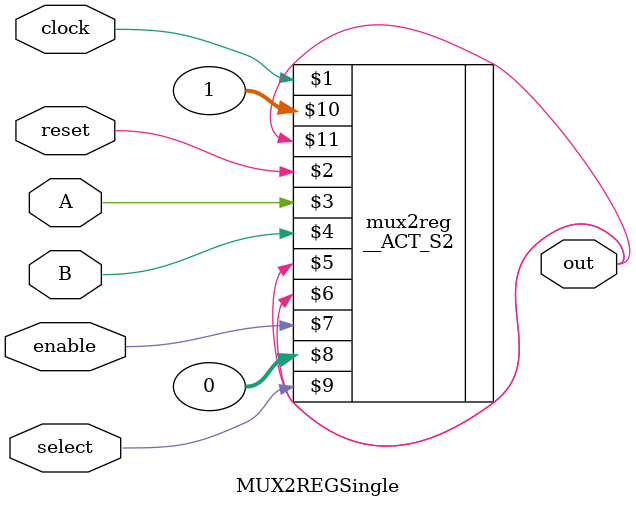
<source format=v>
module MUX2REGSingle #(parameter XLEN = 2) (
    input clock, reset, enable,
    input A, B,
    input select,

    output reg out
);

    __ACT_S2 #(XLEN) mux2reg(clock, reset, A, B, out, out, enable, 0, select, 1, out);


endmodule
</source>
